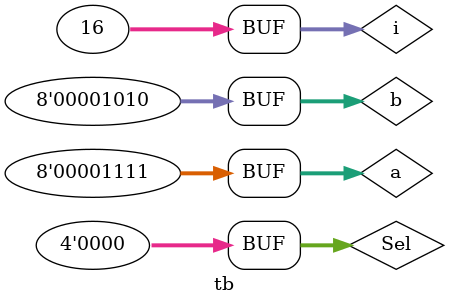
<source format=v>
`timescale 1ns / 1ps


module tb(

    );
    
//Inputs
 reg[7:0] a,b;
 reg[3:0] Sel;

//Outputs
 wire[7:0] Out;
 wire CarryOut;
 // Verilog code for ALU
 integer i;
 alu uut(.A(a),.B(b),.ALU_Sel(Sel),.ALU_Out(Out),.CarryOut(CarryOut));
    initial begin
    // hold reset state for 100 ns.
      a= 8'h0f;
      b = 8'h0A;
      Sel = 4'h0;
      
      for (i=0;i<=15;i=i+1)
      begin
       Sel = Sel + 8'h01;
       #10;
      end;
      
      
      
    end

endmodule

</source>
